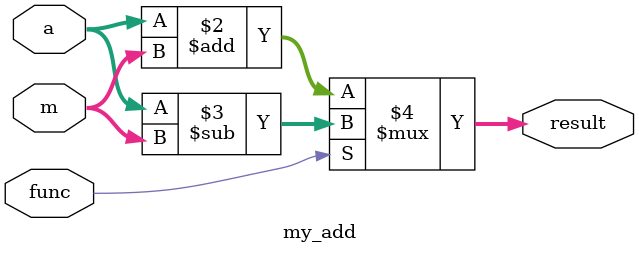
<source format=v>
`timescale 10ns / 1ns
module my_add(result, a, m, func);
    output [7:0] result;
    input [7:0] a, m;
    input func;
    assign result = (func == 0)?(a+m):(a-m);
endmodule
</source>
